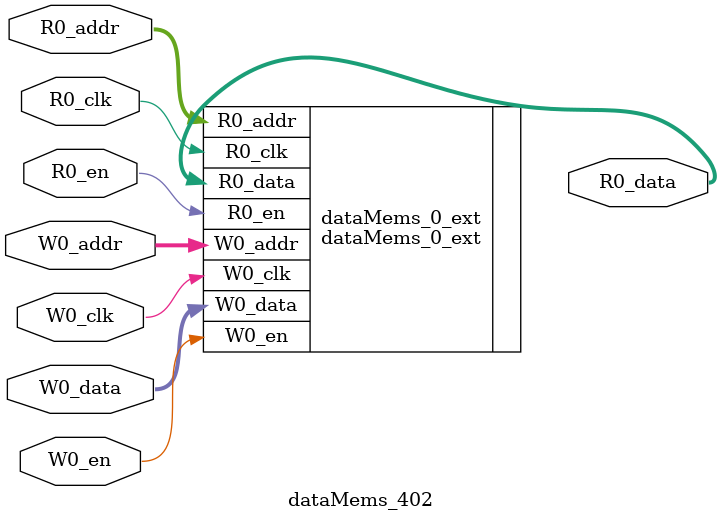
<source format=sv>
`ifndef RANDOMIZE
  `ifdef RANDOMIZE_REG_INIT
    `define RANDOMIZE
  `endif // RANDOMIZE_REG_INIT
`endif // not def RANDOMIZE
`ifndef RANDOMIZE
  `ifdef RANDOMIZE_MEM_INIT
    `define RANDOMIZE
  `endif // RANDOMIZE_MEM_INIT
`endif // not def RANDOMIZE

`ifndef RANDOM
  `define RANDOM $random
`endif // not def RANDOM

// Users can define 'PRINTF_COND' to add an extra gate to prints.
`ifndef PRINTF_COND_
  `ifdef PRINTF_COND
    `define PRINTF_COND_ (`PRINTF_COND)
  `else  // PRINTF_COND
    `define PRINTF_COND_ 1
  `endif // PRINTF_COND
`endif // not def PRINTF_COND_

// Users can define 'ASSERT_VERBOSE_COND' to add an extra gate to assert error printing.
`ifndef ASSERT_VERBOSE_COND_
  `ifdef ASSERT_VERBOSE_COND
    `define ASSERT_VERBOSE_COND_ (`ASSERT_VERBOSE_COND)
  `else  // ASSERT_VERBOSE_COND
    `define ASSERT_VERBOSE_COND_ 1
  `endif // ASSERT_VERBOSE_COND
`endif // not def ASSERT_VERBOSE_COND_

// Users can define 'STOP_COND' to add an extra gate to stop conditions.
`ifndef STOP_COND_
  `ifdef STOP_COND
    `define STOP_COND_ (`STOP_COND)
  `else  // STOP_COND
    `define STOP_COND_ 1
  `endif // STOP_COND
`endif // not def STOP_COND_

// Users can define INIT_RANDOM as general code that gets injected into the
// initializer block for modules with registers.
`ifndef INIT_RANDOM
  `define INIT_RANDOM
`endif // not def INIT_RANDOM

// If using random initialization, you can also define RANDOMIZE_DELAY to
// customize the delay used, otherwise 0.002 is used.
`ifndef RANDOMIZE_DELAY
  `define RANDOMIZE_DELAY 0.002
`endif // not def RANDOMIZE_DELAY

// Define INIT_RANDOM_PROLOG_ for use in our modules below.
`ifndef INIT_RANDOM_PROLOG_
  `ifdef RANDOMIZE
    `ifdef VERILATOR
      `define INIT_RANDOM_PROLOG_ `INIT_RANDOM
    `else  // VERILATOR
      `define INIT_RANDOM_PROLOG_ `INIT_RANDOM #`RANDOMIZE_DELAY begin end
    `endif // VERILATOR
  `else  // RANDOMIZE
    `define INIT_RANDOM_PROLOG_
  `endif // RANDOMIZE
`endif // not def INIT_RANDOM_PROLOG_

// Include register initializers in init blocks unless synthesis is set
`ifndef SYNTHESIS
  `ifndef ENABLE_INITIAL_REG_
    `define ENABLE_INITIAL_REG_
  `endif // not def ENABLE_INITIAL_REG_
`endif // not def SYNTHESIS

// Include rmemory initializers in init blocks unless synthesis is set
`ifndef SYNTHESIS
  `ifndef ENABLE_INITIAL_MEM_
    `define ENABLE_INITIAL_MEM_
  `endif // not def ENABLE_INITIAL_MEM_
`endif // not def SYNTHESIS

module dataMems_402(	// @[generators/ara/src/main/scala/UnsafeAXI4ToTL.scala:365:62]
  input  [4:0]  R0_addr,
  input         R0_en,
  input         R0_clk,
  output [66:0] R0_data,
  input  [4:0]  W0_addr,
  input         W0_en,
  input         W0_clk,
  input  [66:0] W0_data
);

  dataMems_0_ext dataMems_0_ext (	// @[generators/ara/src/main/scala/UnsafeAXI4ToTL.scala:365:62]
    .R0_addr (R0_addr),
    .R0_en   (R0_en),
    .R0_clk  (R0_clk),
    .R0_data (R0_data),
    .W0_addr (W0_addr),
    .W0_en   (W0_en),
    .W0_clk  (W0_clk),
    .W0_data (W0_data)
  );
endmodule


</source>
